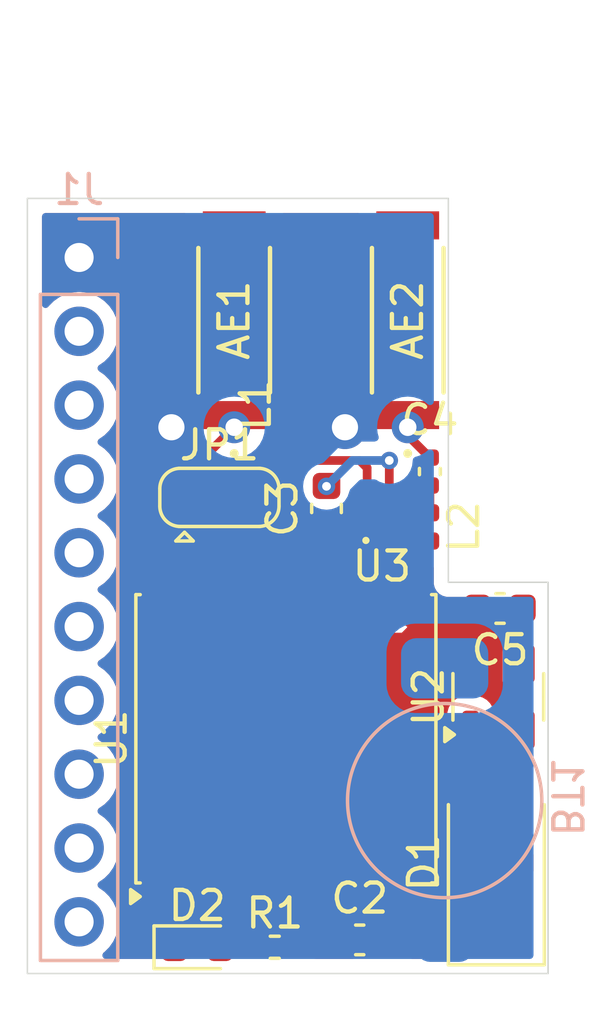
<source format=kicad_pcb>
(kicad_pcb (version 20240108) (generator "pcbnew") (generator_version "8.0")
  (layers (0 "F.Cu" signal) (31 "B.Cu" signal) (34 "B.Paste" user) (35 "F.Paste" user) (36 "B.SilkS" user "B.Silkscreen") (37 "F.SilkS" user "F.Silkscreen") (38 "B.Mask" user) (39 "F.Mask" user) (44 "Edge.Cuts" user))
  (net 0 "")
  (net 1 "PASSIVE")
  (net 2 "Net-(AE2-FEED)")
  (net 3 "VBAT")
  (net 4 "GND")
  (net 5 "+3.3V")
  (net 6 "Net-(C4-Pad2)")
  (net 7 "Net-(D2-A)")
  (net 8 "RX")
  (net 9 "PPS")
  (net 10 "SCL")
  (net 11 "RESET")
  (net 12 "TX")
  (net 13 "VCC_RF")
  (net 14 "SDA")
  (net 15 "RF")
  (net 16 "ACTIVE")
  (net 17 "Net-(U3-RF_IN)")
  (footprint "1575AT43A0040E:ANT_1575AT_JOT-L" (layer "F.Cu") (at 147.32 81.661 90)
    (property "Reference" "AE1" (at 0 0 90) (layer "F.SilkS"))
    (property "Value" "1575AT43A0040001E")
    (fp_line (start 2.485513 -1.2319) (end -2.485513 -1.2319) (stroke (width 0.1524)) (layer "F.SilkS"))
    (fp_line (start -2.485513 1.2319) (end 2.485513 1.2319) (stroke (width 0.1524)) (layer "F.SilkS"))
    (fp_circle (center -4.5847 0) (end -4.5085 0) (stroke (width 0.1524)) (fill none) (layer "F.SilkS"))
    (pad "1" thru_hole circle (at -3.683 0 90) (size 1.1 1.1) (drill 0.6) (layers "*.Cu" "*.Mask") (net 1 "PASSIVE"))
    (pad "1" smd rect (at -3.2639 0 90) (size 0.9652 2.159) (layers "F.Cu" "F.Paste" "F.Mask") (net 1 "PASSIVE"))
    (pad "2" thru_hole circle (at -3.683 -2.159 90) (size 1.5 1.5) (drill 0.9) (layers "*.Cu" "*.Mask") (net 4 "GND"))
    (pad "3" smd rect (at 3.2639 0 90) (size 0.9652 2.159) (layers "F.Cu" "F.Paste" "F.Mask"))
    (zone (net 0) (net_name "") (layer "F.Cu") (connect_pads (clearance 0)) (min_thickness 0.254)
      (keepout (tracks not_allowed) (vias not_allowed) (pads allowed) (copperpour not_allowed) (footprints allowed))
      (fill (thermal_gap 0.508) (thermal_bridge_width 0.508))
      (polygon (pts (xy 146.2659 84.3915) (xy 146.2659 78.9305) (xy 148.3741 78.9305) (xy 148.3741 84.3915)))
    )
  )
  (footprint "LED_SMD:LED_0603_1608Metric" (layer "F.Cu") (at 146.048 103.237)
    (property "Reference" "D2" (at 0 -1.43 360) (layer "F.SilkS"))
    (property "Value" "RED")
    (fp_line (start -1.485 -0.735) (end -1.485 0.735) (stroke (width 0.12)) (layer "F.SilkS"))
    (fp_line (start -1.485 0.735) (end 0.8 0.735) (stroke (width 0.12)) (layer "F.SilkS"))
    (fp_line (start 0.8 -0.735) (end -1.485 -0.735) (stroke (width 0.12)) (layer "F.SilkS"))
    (pad "1" smd roundrect (at -0.7875 0) (size 0.875 0.95) (layers "F.Cu" "F.Paste" "F.Mask") (net 4 "GND"))
    (pad "2" smd roundrect (at 0.7875 0) (size 0.875 0.95) (layers "F.Cu" "F.Paste" "F.Mask") (net 7 "Net-(D2-A)"))
  )
  (footprint "Capacitor_SMD:C_0603_1608Metric" (layer "F.Cu") (at 150.495 88.138 -90)
    (property "Reference" "C3" (at 0 1.524 90) (layer "F.SilkS"))
    (property "Value" "100 nF")
    (fp_line (start -0.14058 0.51) (end 0.14058 0.51) (stroke (width 0.12)) (layer "F.SilkS"))
    (fp_line (start -0.14058 -0.51) (end 0.14058 -0.51) (stroke (width 0.12)) (layer "F.SilkS"))
    (pad "1" smd roundrect (at -0.775 0 270) (size 0.9 0.95) (layers "F.Cu" "F.Paste" "F.Mask") (net 5 "+3.3V"))
    (pad "2" smd roundrect (at 0.775 0 270) (size 0.9 0.95) (layers "F.Cu" "F.Paste" "F.Mask") (net 4 "GND"))
  )
  (footprint "1575AT43A0040E:ANT_1575AT_JOT-L" (layer "F.Cu") (at 153.289 81.661 90)
    (property "Reference" "AE2" (at 0 0 90) (layer "F.SilkS"))
    (property "Value" "1575AT43A0040001E")
    (fp_line (start 2.485513 -1.2319) (end -2.485513 -1.2319) (stroke (width 0.1524)) (layer "F.SilkS"))
    (fp_line (start -2.485513 1.2319) (end 2.485513 1.2319) (stroke (width 0.1524)) (layer "F.SilkS"))
    (fp_circle (center -4.5847 0) (end -4.5085 0) (stroke (width 0.1524)) (fill none) (layer "F.SilkS"))
    (pad "1" thru_hole circle (at -3.683 0 90) (size 1.1 1.1) (drill 0.6) (layers "*.Cu" "*.Mask") (net 2 "Net-(AE2-FEED)"))
    (pad "1" smd rect (at -3.2639 0 90) (size 0.9652 2.159) (layers "F.Cu" "F.Paste" "F.Mask") (net 2 "Net-(AE2-FEED)"))
    (pad "2" thru_hole circle (at -3.683 -2.159 90) (size 1.5 1.5) (drill 0.9) (layers "*.Cu" "*.Mask") (net 4 "GND"))
    (pad "3" smd rect (at 3.2639 0 90) (size 0.9652 2.159) (layers "F.Cu" "F.Paste" "F.Mask"))
    (zone (net 0) (net_name "") (layer "F.Cu") (connect_pads (clearance 0)) (min_thickness 0.254)
      (keepout (tracks not_allowed) (vias not_allowed) (pads allowed) (copperpour not_allowed) (footprints allowed))
      (fill (thermal_gap 0.508) (thermal_bridge_width 0.508))
      (polygon (pts (xy 152.2349 84.3915) (xy 152.2349 78.9305) (xy 154.3431 78.9305) (xy 154.3431 84.3915)))
    )
  )
  (footprint "Inductor_SMD:L_0402_1005Metric" (layer "F.Cu") (at 149.225 84.582 90)
    (property "Reference" "L1" (at 0 -1.17 270) (layer "F.SilkS"))
    (property "Value" "33 nH")
    (pad "1" smd roundrect (at -0.485 0 90) (size 0.59 0.64) (layers "F.Cu" "F.Paste" "F.Mask") (net 1 "PASSIVE"))
    (pad "2" smd roundrect (at 0.485 0 90) (size 0.59 0.64) (layers "F.Cu" "F.Paste" "F.Mask") (net 4 "GND"))
  )
  (footprint "Jumper:SolderJumper-3_P1.3mm_Open_RoundedPad1.0x1.5mm" (layer "F.Cu") (at 146.812 87.757)
    (property "Reference" "JP1" (at 0 -1.8 0) (layer "F.SilkS"))
    (property "Value" "ANT_CFG")
    (fp_line (start -2.05 0.3) (end -2.05 -0.3) (stroke (width 0.12)) (layer "F.SilkS"))
    (fp_line (start -1.5 1.5) (end -0.9 1.5) (stroke (width 0.12)) (layer "F.SilkS"))
    (fp_line (start -1.4 -1) (end 1.4 -1) (stroke (width 0.12)) (layer "F.SilkS"))
    (fp_line (start -1.2 1.2) (end -1.5 1.5) (stroke (width 0.12)) (layer "F.SilkS"))
    (fp_line (start -1.2 1.2) (end -0.9 1.5) (stroke (width 0.12)) (layer "F.SilkS"))
    (fp_line (start 1.4 1) (end -1.4 1) (stroke (width 0.12)) (layer "F.SilkS"))
    (fp_line (start 2.05 -0.3) (end 2.05 0.3) (stroke (width 0.12)) (layer "F.SilkS"))
    (fp_arc (start -2.05 -0.3) (mid -1.844975 -0.794975) (end -1.35 -1) (stroke (width 0.12)) (layer "F.SilkS"))
    (fp_arc (start -1.35 1) (mid -1.844975 0.794975) (end -2.05 0.3) (stroke (width 0.12)) (layer "F.SilkS"))
    (fp_arc (start 1.35 -1) (mid 1.844975 -0.794975) (end 2.05 -0.3) (stroke (width 0.12)) (layer "F.SilkS"))
    (fp_arc (start 2.05 0.3) (mid 1.844975 0.794975) (end 1.35 1) (stroke (width 0.12)) (layer "F.SilkS"))
    (pad "1" smd custom (at -1.3 0) (size 1 0.5) (layers "F.Cu" "F.Mask") (net 1 "PASSIVE") (options (clearance outline) (anchor rect)) (primitives (gr_circle (center 0 0.25) (end 0.5 0.25) (width 0) (fill yes)) (gr_circle (center 0 -0.25) (end 0.5 -0.25) (width 0) (fill yes)) (gr_poly (pts (xy 0.55 0.75) (xy 0 0.75) (xy 0 -0.75) (xy 0.55 -0.75)) (width 0) (fill yes))))
    (pad "2" smd rect (at 0 0) (size 1 1.5) (layers "F.Cu" "F.Mask") (net 15 "RF"))
    (pad "3" smd custom (at 1.3 0) (size 1 0.5) (layers "F.Cu" "F.Mask") (net 16 "ACTIVE") (options (clearance outline) (anchor rect)) (primitives (gr_circle (center 0 0.25) (end 0.5 0.25) (width 0) (fill yes)) (gr_circle (center 0 -0.25) (end 0.5 -0.25) (width 0) (fill yes)) (gr_poly (pts (xy 0 0.75) (xy -0.55 0.75) (xy -0.55 -0.75) (xy 0 -0.75)) (width 0) (fill yes))))
  )
  (footprint "RF_GPS:ATGM336H" (layer "F.Cu") (at 149.098 96.063 90)
    (property "Reference" "U1" (at 0 -6 270) (layer "F.SilkS"))
    (property "Value" "ATGM336H")
    (fp_line (start 4.96 -5.16) (end 4.96 -5.01) (stroke (width 0.12)) (layer "F.SilkS"))
    (fp_line (start -4.96 -5.16) (end 4.96 -5.16) (stroke (width 0.12)) (layer "F.SilkS"))
    (fp_line (start -4.96 -5.16) (end -4.96 -5.01) (stroke (width 0.12)) (layer "F.SilkS"))
    (fp_line (start 4.96 5.01) (end 4.96 5.16) (stroke (width 0.12)) (layer "F.SilkS"))
    (fp_line (start -4.96 5.01) (end -4.96 5.16) (stroke (width 0.12)) (layer "F.SilkS"))
    (fp_line (start -4.96 5.16) (end 4.96 5.16) (stroke (width 0.12)) (layer "F.SilkS"))
    (fp_poly (pts (xy -5.43 -5.01) (xy -5.67 -5.34) (xy -5.19 -5.34) (xy -5.43 -5.01)) (stroke (width 0.12)) (fill solid) (layer "F.SilkS"))
    (pad "1" smd roundrect (at -4.75 -4.4 90) (size 1.8 0.7) (layers "F.Cu" "F.Paste" "F.Mask") (net 4 "GND"))
    (pad "2" smd roundrect (at -4.75 -3.3 90) (size 1.8 0.8) (layers "F.Cu" "F.Paste" "F.Mask") (net 12 "TX"))
    (pad "3" smd roundrect (at -4.75 -2.2 90) (size 1.8 0.8) (layers "F.Cu" "F.Paste" "F.Mask") (net 8 "RX"))
    (pad "4" smd roundrect (at -4.75 -1.1 90) (size 1.8 0.8) (layers "F.Cu" "F.Paste" "F.Mask") (net 9 "PPS"))
    (pad "5" smd roundrect (at -4.75 0 90) (size 1.8 0.8) (layers "F.Cu" "F.Paste" "F.Mask") (net 5 "+3.3V"))
    (pad "6" smd roundrect (at -4.75 1.1 90) (size 1.8 0.8) (layers "F.Cu" "F.Paste" "F.Mask") (net 3 "VBAT"))
    (pad "7" smd roundrect (at -4.75 2.2 90) (size 1.8 0.8) (layers "F.Cu" "F.Paste" "F.Mask"))
    (pad "8" smd roundrect (at -4.75 3.3 90) (size 1.8 0.8) (layers "F.Cu" "F.Paste" "F.Mask") (net 5 "+3.3V"))
    (pad "9" smd roundrect (at -4.75 4.4 90) (size 1.8 0.7) (layers "F.Cu" "F.Paste" "F.Mask") (net 11 "RESET"))
    (pad "10" smd roundrect (at 4.75 4.4 90) (size 1.8 0.7) (layers "F.Cu" "F.Paste" "F.Mask") (net 4 "GND"))
    (pad "11" smd roundrect (at 4.75 3.3 90) (size 1.8 0.8) (layers "F.Cu" "F.Paste" "F.Mask") (net 15 "RF"))
    (pad "12" smd roundrect (at 4.75 2.2 90) (size 1.8 0.8) (layers "F.Cu" "F.Paste" "F.Mask") (net 4 "GND"))
    (pad "13" smd roundrect (at 4.75 1.1 90) (size 1.8 0.8) (layers "F.Cu" "F.Paste" "F.Mask"))
    (pad "14" smd roundrect (at 4.75 0 90) (size 1.8 0.8) (layers "F.Cu" "F.Paste" "F.Mask") (net 13 "VCC_RF"))
    (pad "15" smd roundrect (at 4.75 -1.1 90) (size 1.8 0.8) (layers "F.Cu" "F.Paste" "F.Mask"))
    (pad "16" smd roundrect (at 4.75 -2.2 90) (size 1.8 0.8) (layers "F.Cu" "F.Paste" "F.Mask") (net 14 "SDA"))
    (pad "17" smd roundrect (at 4.75 -3.3 90) (size 1.8 0.8) (layers "F.Cu" "F.Paste" "F.Mask") (net 10 "SCL"))
    (pad "18" smd roundrect (at 4.75 -4.4 90) (size 1.8 0.7) (layers "F.Cu" "F.Paste" "F.Mask"))
  )
  (footprint "Capacitor_SMD:C_0603_1608Metric" (layer "F.Cu") (at 156.464 91.578 180)
    (property "Reference" "C5" (at 0 -1.43 180) (layer "F.SilkS"))
    (property "Value" "100 nF")
    (fp_line (start -0.14058 0.51) (end 0.14058 0.51) (stroke (width 0.12)) (layer "F.SilkS"))
    (fp_line (start -0.14058 -0.51) (end 0.14058 -0.51) (stroke (width 0.12)) (layer "F.SilkS"))
    (pad "1" smd roundrect (at -0.775 0 180) (size 0.9 0.95) (layers "F.Cu" "F.Paste" "F.Mask") (net 5 "+3.3V"))
    (pad "2" smd roundrect (at 0.775 0 180) (size 0.9 0.95) (layers "F.Cu" "F.Paste" "F.Mask") (net 4 "GND"))
  )
  (footprint "Capacitor_SMD:C_0402_1005Metric" (layer "F.Cu") (at 154.051 86.868 -90)
    (property "Reference" "C4" (at -1.778 0 180) (layer "F.SilkS"))
    (property "Value" "470 pF")
    (fp_line (start -0.107836 0.36) (end 0.107836 0.36) (stroke (width 0.12)) (layer "F.SilkS"))
    (fp_line (start -0.107836 -0.36) (end 0.107836 -0.36) (stroke (width 0.12)) (layer "F.SilkS"))
    (pad "1" smd roundrect (at -0.48 0 270) (size 0.56 0.62) (layers "F.Cu" "F.Paste" "F.Mask") (net 2 "Net-(AE2-FEED)"))
    (pad "2" smd roundrect (at 0.48 0 270) (size 0.56 0.62) (layers "F.Cu" "F.Paste" "F.Mask") (net 6 "Net-(C4-Pad2)"))
  )
  (footprint "Inductor_SMD:L_0402_1005Metric" (layer "F.Cu") (at 154.051 88.773 -90)
    (property "Reference" "L2" (at 0 -1.17 90) (layer "F.SilkS"))
    (property "Value" "6.8 nH")
    (pad "1" smd roundrect (at -0.485 0 270) (size 0.59 0.64) (layers "F.Cu" "F.Paste" "F.Mask") (net 6 "Net-(C4-Pad2)"))
    (pad "2" smd roundrect (at 0.485 0 270) (size 0.59 0.64) (layers "F.Cu" "F.Paste" "F.Mask") (net 17 "Net-(U3-RF_IN)"))
  )
  (footprint "Diode_SMD:D_SMA" (layer "F.Cu") (at 156.337 100.33 90)
    (property "Reference" "D1" (at 0 -2.5 270) (layer "F.SilkS"))
    (property "Value" "SS14")
    (fp_line (start -3.51 -1.65) (end 2 -1.65) (stroke (width 0.12)) (layer "F.SilkS"))
    (fp_line (start -3.51 -1.65) (end -3.51 1.65) (stroke (width 0.12)) (layer "F.SilkS"))
    (fp_line (start -3.51 1.65) (end 2 1.65) (stroke (width 0.12)) (layer "F.SilkS"))
    (pad "1" smd roundrect (at -2 0 90) (size 2.5 1.8) (layers "F.Cu" "F.Paste" "F.Mask") (roundrect_rratio 0.1388888889) (net 3 "VBAT"))
    (pad "2" smd roundrect (at 2 0 90) (size 2.5 1.8) (layers "F.Cu" "F.Paste" "F.Mask") (roundrect_rratio 0.1388888889) (net 5 "+3.3V"))
  )
  (footprint "Capacitor_SMD:C_0603_1608Metric" (layer "F.Cu") (at 151.638 102.983)
    (property "Reference" "C2" (at 0 -1.43 360) (layer "F.SilkS"))
    (property "Value" "100 nF")
    (fp_line (start -0.14058 -0.51) (end 0.14058 -0.51) (stroke (width 0.12)) (layer "F.SilkS"))
    (fp_line (start -0.14058 0.51) (end 0.14058 0.51) (stroke (width 0.12)) (layer "F.SilkS"))
    (pad "1" smd roundrect (at -0.775 0) (size 0.9 0.95) (layers "F.Cu" "F.Paste" "F.Mask") (net 4 "GND"))
    (pad "2" smd roundrect (at 0.775 0) (size 0.9 0.95) (layers "F.Cu" "F.Paste" "F.Mask") (net 5 "+3.3V"))
  )
  (footprint "Package_TO_SOT_SMD:SOT-23-5" (layer "F.Cu") (at 156.403 94.6205 90)
    (property "Reference" "U2" (at 0 -2.4 270) (layer "F.SilkS"))
    (property "Value" "AT24CS32-STUM")
    (fp_line (start 0 -1.56) (end 0.8 -1.56) (stroke (width 0.12)) (layer "F.SilkS"))
    (fp_line (start 0 -1.56) (end -0.8 -1.56) (stroke (width 0.12)) (layer "F.SilkS"))
    (fp_line (start 0 1.56) (end 0.8 1.56) (stroke (width 0.12)) (layer "F.SilkS"))
    (fp_line (start 0 1.56) (end -0.8 1.56) (stroke (width 0.12)) (layer "F.SilkS"))
    (fp_poly (pts (xy -1.3 -1.51) (xy -1.54 -1.84) (xy -1.06 -1.84) (xy -1.3 -1.51)) (stroke (width 0.12)) (fill solid) (layer "F.SilkS"))
    (pad "1" smd roundrect (at -1.1375 -0.95 90) (size 1.325 0.6) (layers "F.Cu" "F.Paste" "F.Mask") (net 10 "SCL"))
    (pad "2" smd roundrect (at -1.1375 0 90) (size 1.325 0.6) (layers "F.Cu" "F.Paste" "F.Mask") (net 4 "GND"))
    (pad "3" smd roundrect (at -1.1375 0.95 90) (size 1.325 0.6) (layers "F.Cu" "F.Paste" "F.Mask") (net 14 "SDA"))
    (pad "4" smd roundrect (at 1.1375 0.95 90) (size 1.325 0.6) (layers "F.Cu" "F.Paste" "F.Mask") (net 5 "+3.3V"))
    (pad "5" smd roundrect (at 1.1375 -0.95 90) (size 1.325 0.6) (layers "F.Cu" "F.Paste" "F.Mask") (net 4 "GND"))
  )
  (footprint "AT2659:DFN150X100X80-6N" (layer "F.Cu") (at 152.4 88.138 90)
    (property "Reference" "U3" (at -1.989 0 360) (layer "F.SilkS"))
    (property "Value" "AT2659")
    (fp_circle (center -1.1 -0.55) (end -1 -0.55) (stroke (width 0.05)) (fill none) (layer "F.SilkS"))
    (fp_circle (center -1.1 -0.55) (end -1.029291 -0.55) (stroke (width 0.05)) (fill none) (layer "F.SilkS"))
    (fp_circle (center -1.1 -0.55) (end -1.029291 -0.55) (stroke (width 0.05)) (fill none) (layer "F.SilkS"))
    (fp_circle (center -1.1 -0.55) (end -1.05 -0.55) (stroke (width 0.05)) (fill none) (layer "F.SilkS"))
    (fp_circle (center -1.1 -0.5) (end -1.05 -0.5) (stroke (width 0.05)) (fill none) (layer "F.SilkS"))
    (pad "1" smd rect (at -0.465 -0.508 90) (size 0.7 0.23) (layers "F.Cu" "F.Paste" "F.Mask") (net 4 "GND"))
    (pad "2" smd rect (at -0.465 0 90) (size 0.7 0.23) (layers "F.Cu" "F.Paste" "F.Mask") (net 4 "GND"))
    (pad "3" smd rect (at -0.465 0.508 90) (size 0.7 0.23) (layers "F.Cu" "F.Paste" "F.Mask") (net 17 "Net-(U3-RF_IN)"))
    (pad "4" smd rect (at 0.465 0.508 90) (size 0.7 0.23) (layers "F.Cu" "F.Paste" "F.Mask") (net 5 "+3.3V"))
    (pad "5" smd rect (at 0.465 0 90) (size 0.7 0.23) (layers "F.Cu" "F.Paste" "F.Mask") (net 5 "+3.3V"))
    (pad "6" smd rect (at 0.465 -0.508 90) (size 0.7 0.23) (layers "F.Cu" "F.Paste" "F.Mask") (net 16 "ACTIVE"))
  )
  (footprint "Resistor_SMD:R_0402_1005Metric" (layer "F.Cu") (at 148.715 103.237)
    (property "Reference" "R1" (at 0 -1.17 360) (layer "F.SilkS"))
    (property "Value" "1 K")
    (fp_line (start -0.153641 -0.38) (end 0.153641 -0.38) (stroke (width 0.12)) (layer "F.SilkS"))
    (fp_line (start -0.153641 0.38) (end 0.153641 0.38) (stroke (width 0.12)) (layer "F.SilkS"))
    (pad "1" smd roundrect (at -0.51 0) (size 0.54 0.64) (layers "F.Cu" "F.Paste" "F.Mask") (net 7 "Net-(D2-A)"))
    (pad "2" smd roundrect (at 0.51 0) (size 0.54 0.64) (layers "F.Cu" "F.Paste" "F.Mask") (net 9 "PPS"))
  )
  (footprint "Connector_PinHeader_2.54mm:PinHeader_1x10_P2.54mm_Vertical" (layer "B.Cu") (at 141.986 79.502 180)
    (property "Reference" "J1" (at 0 2.33 180) (layer "B.SilkS") (effects (justify mirror)))
    (property "Value" "Header")
    (fp_line (start 1.33 -1.27) (end -1.33 -1.27) (stroke (width 0.12)) (layer "B.SilkS"))
    (fp_line (start 1.33 -24.19) (end 1.33 -1.27) (stroke (width 0.12)) (layer "B.SilkS"))
    (fp_line (start 1.33 -24.19) (end -1.33 -24.19) (stroke (width 0.12)) (layer "B.SilkS"))
    (fp_line (start 0 1.33) (end -1.33 1.33) (stroke (width 0.12)) (layer "B.SilkS"))
    (fp_line (start -1.33 1.33) (end -1.33 0) (stroke (width 0.12)) (layer "B.SilkS"))
    (fp_line (start -1.33 -24.19) (end -1.33 -1.27) (stroke (width 0.12)) (layer "B.SilkS"))
    (pad "1" thru_hole rect (at 0 0 180) (size 1.7 1.7) (drill 1) (layers "*.Cu" "*.Mask") (net 4 "GND"))
    (pad "2" thru_hole oval (at 0 -2.54 180) (size 1.7 1.7) (drill 1) (layers "*.Cu" "*.Mask") (net 5 "+3.3V"))
    (pad "3" thru_hole oval (at 0 -5.08 180) (size 1.7 1.7) (drill 1) (layers "*.Cu" "*.Mask") (net 3 "VBAT"))
    (pad "4" thru_hole oval (at 0 -7.62 180) (size 1.7 1.7) (drill 1) (layers "*.Cu" "*.Mask") (net 13 "VCC_RF"))
    (pad "5" thru_hole oval (at 0 -10.16 180) (size 1.7 1.7) (drill 1) (layers "*.Cu" "*.Mask") (net 11 "RESET"))
    (pad "6" thru_hole oval (at 0 -12.7 180) (size 1.7 1.7) (drill 1) (layers "*.Cu" "*.Mask") (net 9 "PPS"))
    (pad "7" thru_hole oval (at 0 -15.24 180) (size 1.7 1.7) (drill 1) (layers "*.Cu" "*.Mask") (net 10 "SCL"))
    (pad "8" thru_hole oval (at 0 -17.78 180) (size 1.7 1.7) (drill 1) (layers "*.Cu" "*.Mask") (net 14 "SDA"))
    (pad "9" thru_hole oval (at 0 -20.32 180) (size 1.7 1.7) (drill 1) (layers "*.Cu" "*.Mask") (net 12 "TX"))
    (pad "10" thru_hole oval (at 0 -22.86 180) (size 1.7 1.7) (drill 1) (layers "*.Cu" "*.Mask") (net 8 "RX"))
  )
  (footprint "Battery:MS621R" (layer "B.Cu") (at 154.559 102.7615 90)
    (property "Reference" "BT1" (at 4.699 4.191 -90) (layer "B.SilkS") (effects (justify mirror)))
    (property "Value" "MS621R")
    (fp_circle (center 4.572 0) (end 5.08 3.302) (stroke (width 0.12)) (fill none) (layer "B.SilkS"))
    (pad "1" smd roundrect (at 9.123 0 180) (size 3 2.074) (layers "B.Cu" "B.Paste" "B.Mask") (net 3 "VBAT"))
    (pad "2" smd roundrect (at 0.021 0) (size 2 2) (layers "B.Cu" "B.Paste" "B.Mask") (net 4 "GND"))
  )
  (gr_line (start 140.208 77.47) (end 140.208 104.14) (stroke (width 0.05)) (layer "Edge.Cuts"))
  (gr_line (start 158.115 90.678) (end 154.686 90.678) (stroke (width 0.05)) (layer "Edge.Cuts"))
  (gr_line (start 154.686 77.47) (end 140.208 77.47) (stroke (width 0.05)) (layer "Edge.Cuts"))
  (gr_line (start 140.208 104.14) (end 158.115 104.14) (stroke (width 0.05)) (layer "Edge.Cuts"))
  (gr_line (start 158.115 104.14) (end 158.115 90.678) (stroke (width 0.05)) (layer "Edge.Cuts"))
  (gr_line (start 154.686 90.678) (end 154.686 77.47) (stroke (width 0.05)) (layer "Edge.Cuts"))
  (segment (start 147.4621 85.067) (end 147.32 84.9249) (width 0.3) (layer "F.Cu") (net 1))
  (segment (start 149.225 85.067) (end 147.4621 85.067) (width 0.3) (layer "F.Cu") (net 1))
  (segment (start 145.512 87.152) (end 147.32 85.344) (width 0.3) (layer "F.Cu") (net 1))
  (segment (start 145.512 87.757) (end 145.512 87.152) (width 0.3) (layer "F.Cu") (net 1))
  (segment (start 154.051 86.388) (end 153.289 85.626) (width 0.3) (layer "F.Cu") (net 2))
  (segment (start 153.289 85.626) (end 153.289 85.344) (width 0.3) (layer "F.Cu") (net 2))
  (segment (start 144.698 100.229642) (end 144.698 100.813) (width 0.3) (layer "F.Cu") (net 4))
  (segment (start 145.2605 103.237) (end 144.698 102.6745) (width 0.3) (layer "F.Cu") (net 4))
  (segment (start 151.298 92.277) (end 151.298 91.313) (width 0.3) (layer "F.Cu") (net 4))
  (segment (start 151.298 93.629642) (end 144.698 100.229642) (width 0.3) (layer "F.Cu") (net 4))
  (segment (start 150.495 88.913) (end 151.582 88.913) (width 0.3) (layer "F.Cu") (net 4))
  (segment (start 153.498 90.358) (end 152.4 89.26) (width 0.3) (layer "F.Cu") (net 4))
  (segment (start 152.4 89.26) (end 152.4 88.603) (width 0.3) (layer "F.Cu") (net 4))
  (segment (start 152.4 88.603) (end 151.892 88.603) (width 0.3) (layer "F.Cu") (net 4))
  (segment (start 150.863 102.983) (end 149.974 102.094) (width 0.3) (layer "F.Cu") (net 4))
  (segment (start 155.689 93.247) (end 155.453 93.483) (width 0.3) (layer "F.Cu") (net 4))
  (segment (start 153.498 91.313) (end 153.498 90.358) (width 0.3) (layer "F.Cu") (net 4))
  (segment (start 153.498 91.313) (end 153.498 92.213) (width 0.3) (layer "F.Cu") (net 4))
  (segment (start 153.498 92.213) (end 153.148 92.563) (width 0.3) (layer "F.Cu") (net 4))
  (segment (start 156.403 94.433) (end 155.453 93.483) (width 0.3) (layer "F.Cu") (net 4))
  (segment (start 151.298 91.313) (end 151.298 93.629642) (width 0.3) (layer "F.Cu") (net 4))
  (segment (start 149.974 102.094) (end 145.079 102.094) (width 0.3) (layer "F.Cu") (net 4))
  (segment (start 144.698 101.713) (end 144.698 100.813) (width 0.3) (layer "F.Cu") (net 4))
  (segment (start 149.883 84.097) (end 149.225 84.097) (width 0.3) (layer "F.Cu") (net 4))
  (segment (start 151.13 85.344) (end 149.883 84.097) (width 0.3) (layer "F.Cu") (net 4))
  (segment (start 153.148 92.563) (end 151.584 92.563) (width 0.3) (layer "F.Cu") (net 4))
  (segment (start 145.079 102.094) (end 144.698 101.713) (width 0.3) (layer "F.Cu") (net 4))
  (segment (start 156.403 95.758) (end 156.403 94.433) (width 0.3) (layer "F.Cu") (net 4))
  (segment (start 151.584 92.563) (end 151.298 92.277) (width 0.3) (layer "F.Cu") (net 4))
  (segment (start 151.582 88.913) (end 151.892 88.603) (width 0.3) (layer "F.Cu") (net 4))
  (segment (start 144.698 102.6745) (end 144.698 100.813) (width 0.3) (layer "F.Cu") (net 4))
  (segment (start 155.689 91.578) (end 155.689 93.247) (width 0.3) (layer "F.Cu") (net 4))
  (segment (start 150.495 87.363) (end 150.495 87.376) (width 0.3) (layer "F.Cu") (net 5))
  (segment (start 152.398 102.968) (end 152.398 100.813) (width 0.3) (layer "F.Cu") (net 5))
  (segment (start 152.908 87.673) (end 152.654 87.673) (width 0.3) (layer "F.Cu") (net 5))
  (segment (start 157.353 93.483) (end 157.353 91.692) (width 0.3) (layer "F.Cu") (net 5))
  (segment (start 157.353 91.692) (end 157.239 91.578) (width 0.3) (layer "F.Cu") (net 5))
  (segment (start 152.413 102.983) (end 152.398 102.968) (width 0.3) (layer "F.Cu") (net 5))
  (segment (start 152.654 87.673) (end 152.4 87.673) (width 0.3) (layer "F.Cu") (net 5))
  (segment (start 152.654 86.487) (end 152.654 87.673) (width 0.3) (layer "F.Cu") (net 5))
  (via (at 152.654 86.487) (size 0.6) (drill 0.3) (layers "F.Cu" "B.Cu") (net 5))
  (via (at 150.495 87.376) (size 0.6) (drill 0.3) (layers "F.Cu" "B.Cu") (net 5))
  (segment (start 152.654 86.487) (end 151.384 86.487) (width 0.3) (layer "B.Cu") (net 5))
  (segment (start 151.384 86.487) (end 150.495 87.376) (width 0.3) (layer "B.Cu") (net 5))
  (segment (start 154.051 88.288) (end 154.051 87.348) (width 0.3) (layer "F.Cu") (net 6))
  (segment (start 148.205 103.237) (end 146.8355 103.237) (width 0.3) (layer "F.Cu") (net 7))
  (segment (start 152.398 90.589296) (end 151.851704 90.043) (width 0.3) (layer "F.Cu") (net 15))
  (segment (start 152.398 91.313) (end 152.398 90.589296) (width 0.3) (layer "F.Cu") (net 15))
  (segment (start 151.851704 90.043) (end 149.733 90.043) (width 0.3) (layer "F.Cu") (net 15))
  (segment (start 147.414954 88.862) (end 146.812 88.259046) (width 0.3) (layer "F.Cu") (net 15))
  (segment (start 148.552 88.862) (end 147.414954 88.862) (width 0.3) (layer "F.Cu") (net 15))
  (segment (start 146.812 88.259046) (end 146.812 87.757) (width 0.3) (layer "F.Cu") (net 15))
  (segment (start 149.733 90.043) (end 148.552 88.862) (width 0.3) (layer "F.Cu") (net 15))
  (segment (start 148.112 87.757) (end 149.382 86.487) (width 0.3) (layer "F.Cu") (net 16))
  (segment (start 151.638 86.487) (end 151.892 86.741) (width 0.3) (layer "F.Cu") (net 16))
  (segment (start 151.892 86.741) (end 151.892 87.673) (width 0.3) (layer "F.Cu") (net 16))
  (segment (start 149.382 86.487) (end 151.638 86.487) (width 0.3) (layer "F.Cu") (net 16))
  (segment (start 153.563 89.258) (end 152.908 88.603) (width 0.3) (layer "F.Cu") (net 17))
  (segment (start 154.051 89.258) (end 153.563 89.258) (width 0.3) (layer "F.Cu") (net 17))
  (zone (net 4) (net_name "GND") (layers "F&B.Cu") (connect_pads yes (clearance 0.5)) (min_thickness 0.25) (fill yes (thermal_gap 0.5) (thermal_bridge_width 0.5))
    (polygon (pts (xy 140.208 77.47) (xy 140.208 104.14) (xy 158.115 104.14) (xy 158.115 90.678) (xy 154.686 90.678) (xy 154.686 77.47)))
  )
)
</source>
